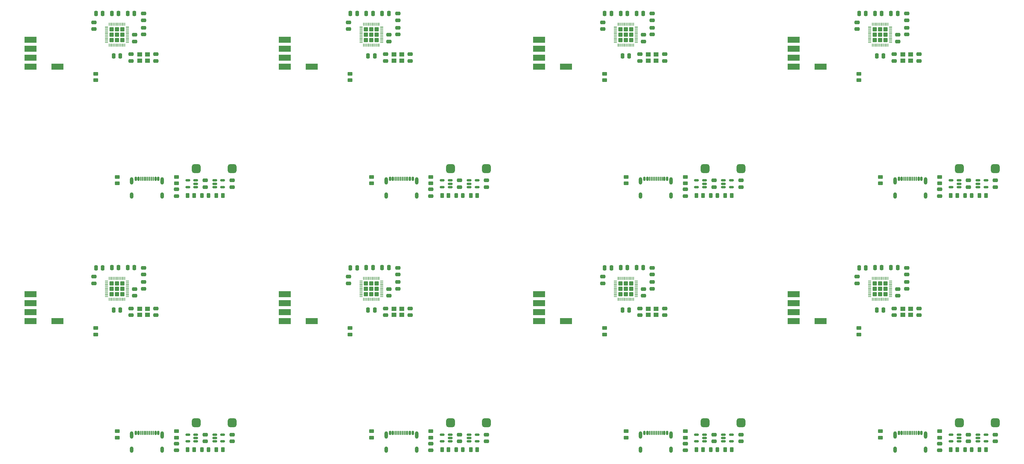
<source format=gbr>
%TF.GenerationSoftware,KiCad,Pcbnew,8.0.6-8.0.6-0~ubuntu24.04.1*%
%TF.CreationDate,2024-11-29T19:36:17+05:00*%
%TF.ProjectId,panel,70616e65-6c2e-46b6-9963-61645f706362,rev?*%
%TF.SameCoordinates,Original*%
%TF.FileFunction,Paste,Top*%
%TF.FilePolarity,Positive*%
%FSLAX46Y46*%
G04 Gerber Fmt 4.6, Leading zero omitted, Abs format (unit mm)*
G04 Created by KiCad (PCBNEW 8.0.6-8.0.6-0~ubuntu24.04.1) date 2024-11-29 19:36:17*
%MOMM*%
%LPD*%
G01*
G04 APERTURE LIST*
G04 Aperture macros list*
%AMRoundRect*
0 Rectangle with rounded corners*
0 $1 Rounding radius*
0 $2 $3 $4 $5 $6 $7 $8 $9 X,Y pos of 4 corners*
0 Add a 4 corners polygon primitive as box body*
4,1,4,$2,$3,$4,$5,$6,$7,$8,$9,$2,$3,0*
0 Add four circle primitives for the rounded corners*
1,1,$1+$1,$2,$3*
1,1,$1+$1,$4,$5*
1,1,$1+$1,$6,$7*
1,1,$1+$1,$8,$9*
0 Add four rect primitives between the rounded corners*
20,1,$1+$1,$2,$3,$4,$5,0*
20,1,$1+$1,$4,$5,$6,$7,0*
20,1,$1+$1,$6,$7,$8,$9,0*
20,1,$1+$1,$8,$9,$2,$3,0*%
G04 Aperture macros list end*
%ADD10RoundRect,0.250000X0.250000X0.475000X-0.250000X0.475000X-0.250000X-0.475000X0.250000X-0.475000X0*%
%ADD11R,3.400000X1.800000*%
%ADD12RoundRect,0.250000X-0.250000X-0.475000X0.250000X-0.475000X0.250000X0.475000X-0.250000X0.475000X0*%
%ADD13RoundRect,0.150000X-0.150000X-0.425000X0.150000X-0.425000X0.150000X0.425000X-0.150000X0.425000X0*%
%ADD14RoundRect,0.075000X-0.075000X-0.500000X0.075000X-0.500000X0.075000X0.500000X-0.075000X0.500000X0*%
%ADD15O,1.000000X2.100000*%
%ADD16O,1.000000X1.800000*%
%ADD17RoundRect,0.250000X0.475000X-0.250000X0.475000X0.250000X-0.475000X0.250000X-0.475000X-0.250000X0*%
%ADD18RoundRect,0.250000X-0.475000X0.250000X-0.475000X-0.250000X0.475000X-0.250000X0.475000X0.250000X0*%
%ADD19RoundRect,0.250000X0.450000X-0.262500X0.450000X0.262500X-0.450000X0.262500X-0.450000X-0.262500X0*%
%ADD20RoundRect,0.243750X-0.243750X-0.456250X0.243750X-0.456250X0.243750X0.456250X-0.243750X0.456250X0*%
%ADD21RoundRect,0.150000X-0.512500X-0.150000X0.512500X-0.150000X0.512500X0.150000X-0.512500X0.150000X0*%
%ADD22RoundRect,0.150000X0.512500X0.150000X-0.512500X0.150000X-0.512500X-0.150000X0.512500X-0.150000X0*%
%ADD23RoundRect,0.250000X-0.370000X0.370000X-0.370000X-0.370000X0.370000X-0.370000X0.370000X0.370000X0*%
%ADD24RoundRect,0.050000X-0.050000X0.350000X-0.050000X-0.350000X0.050000X-0.350000X0.050000X0.350000X0*%
%ADD25RoundRect,0.050000X-0.350000X0.050000X-0.350000X-0.050000X0.350000X-0.050000X0.350000X0.050000X0*%
%ADD26RoundRect,0.250000X-0.262500X-0.450000X0.262500X-0.450000X0.262500X0.450000X-0.262500X0.450000X0*%
%ADD27RoundRect,0.250000X0.262500X0.450000X-0.262500X0.450000X-0.262500X-0.450000X0.262500X-0.450000X0*%
%ADD28RoundRect,0.250000X-0.450000X0.262500X-0.450000X-0.262500X0.450000X-0.262500X0.450000X0.262500X0*%
%ADD29RoundRect,0.625000X-0.625000X-0.625000X0.625000X-0.625000X0.625000X0.625000X-0.625000X0.625000X0*%
%ADD30R,1.400000X1.200000*%
G04 APERTURE END LIST*
D10*
%TO.C,C9*%
X104450000Y-116001500D03*
X102550000Y-116001500D03*
%TD*%
D11*
%TO.C,TP5*%
X223500000Y-54041500D03*
%TD*%
D12*
%TO.C,C8*%
X251050000Y-116001500D03*
X252950000Y-116001500D03*
%TD*%
D10*
%TO.C,C10*%
X171950000Y-116031500D03*
X170050000Y-116031500D03*
%TD*%
D13*
%TO.C,J1*%
X37300000Y-90821500D03*
X38100000Y-90821500D03*
D14*
X39250000Y-90821500D03*
X40250000Y-90821500D03*
X40750000Y-90821500D03*
X41750000Y-90821500D03*
D13*
X42900000Y-90821500D03*
X43700000Y-90821500D03*
X43700000Y-90821500D03*
X42900000Y-90821500D03*
D14*
X42250000Y-90821500D03*
X41250000Y-90821500D03*
X39750000Y-90821500D03*
X38750000Y-90821500D03*
D13*
X38100000Y-90821500D03*
X37300000Y-90821500D03*
D15*
X36180000Y-91396500D03*
D16*
X36180000Y-95576500D03*
D15*
X44820000Y-91396500D03*
D16*
X44820000Y-95576500D03*
%TD*%
D17*
%TO.C,C1*%
X36000000Y-129451500D03*
X36000000Y-127551500D03*
%TD*%
D13*
%TO.C,J1*%
X109300000Y-90821500D03*
X110100000Y-90821500D03*
D14*
X111250000Y-90821500D03*
X112250000Y-90821500D03*
X112750000Y-90821500D03*
X113750000Y-90821500D03*
D13*
X114900000Y-90821500D03*
X115700000Y-90821500D03*
X115700000Y-90821500D03*
X114900000Y-90821500D03*
D14*
X114250000Y-90821500D03*
X113250000Y-90821500D03*
X111750000Y-90821500D03*
X110750000Y-90821500D03*
D13*
X110100000Y-90821500D03*
X109300000Y-90821500D03*
D15*
X108180000Y-91396500D03*
D16*
X108180000Y-95576500D03*
D15*
X116820000Y-91396500D03*
D16*
X116820000Y-95576500D03*
%TD*%
D10*
%TO.C,C7*%
X248950000Y-128001500D03*
X247050000Y-128001500D03*
%TD*%
D18*
%TO.C,C6*%
X111500000Y-48051500D03*
X111500000Y-49951500D03*
%TD*%
D17*
%TO.C,C4*%
X39500000Y-117951500D03*
X39500000Y-116051500D03*
%TD*%
D19*
%TO.C,R4*%
X176090000Y-92136000D03*
X176090000Y-90311000D03*
%TD*%
D17*
%TO.C,C3*%
X109000000Y-123951500D03*
X109000000Y-122051500D03*
%TD*%
D11*
%TO.C,TP3*%
X79500000Y-56581500D03*
%TD*%
%TO.C,TP4*%
X79500000Y-123501500D03*
%TD*%
D20*
%TO.C,D2*%
X200044500Y-167541500D03*
X201919500Y-167541500D03*
%TD*%
D11*
%TO.C,TP3*%
X223500000Y-128581500D03*
%TD*%
D17*
%TO.C,C4*%
X183500000Y-45951500D03*
X183500000Y-44051500D03*
%TD*%
D11*
%TO.C,TP5*%
X151500000Y-54041500D03*
%TD*%
D18*
%TO.C,C6*%
X111500000Y-120051500D03*
X111500000Y-121951500D03*
%TD*%
D17*
%TO.C,C5*%
X25500000Y-48451500D03*
X25500000Y-46551500D03*
%TD*%
D12*
%TO.C,C8*%
X107050000Y-116001500D03*
X108950000Y-116001500D03*
%TD*%
D17*
%TO.C,C1*%
X252000000Y-57451500D03*
X252000000Y-55551500D03*
%TD*%
D21*
%TO.C,U2*%
X59654500Y-91289500D03*
X59654500Y-92239500D03*
X59654500Y-93189500D03*
X61929500Y-93189500D03*
X61929500Y-91289500D03*
%TD*%
D13*
%TO.C,J1*%
X181300000Y-90821500D03*
X182100000Y-90821500D03*
D14*
X183250000Y-90821500D03*
X184250000Y-90821500D03*
X184750000Y-90821500D03*
X185750000Y-90821500D03*
D13*
X186900000Y-90821500D03*
X187700000Y-90821500D03*
X187700000Y-90821500D03*
X186900000Y-90821500D03*
D14*
X186250000Y-90821500D03*
X185250000Y-90821500D03*
X183750000Y-90821500D03*
X182750000Y-90821500D03*
D13*
X182100000Y-90821500D03*
X181300000Y-90821500D03*
D15*
X180180000Y-91396500D03*
D16*
X180180000Y-95576500D03*
D15*
X188820000Y-91396500D03*
D16*
X188820000Y-95576500D03*
%TD*%
D10*
%TO.C,C7*%
X104950000Y-56001500D03*
X103050000Y-56001500D03*
%TD*%
D22*
%TO.C,U3*%
X198309500Y-165189500D03*
X198309500Y-164239500D03*
X198309500Y-163289500D03*
X196034500Y-163289500D03*
X196034500Y-165189500D03*
%TD*%
D18*
%TO.C,C2*%
X43000000Y-55551500D03*
X43000000Y-57451500D03*
%TD*%
D11*
%TO.C,TP1*%
X87120000Y-131121500D03*
%TD*%
D12*
%TO.C,C8*%
X251050000Y-44001500D03*
X252950000Y-44001500D03*
%TD*%
D19*
%TO.C,R4*%
X104090000Y-164136000D03*
X104090000Y-162311000D03*
%TD*%
%TO.C,R4*%
X248090000Y-92136000D03*
X248090000Y-90311000D03*
%TD*%
D18*
%TO.C,C6*%
X183500000Y-48051500D03*
X183500000Y-49951500D03*
%TD*%
D11*
%TO.C,TP3*%
X151500000Y-128581500D03*
%TD*%
D21*
%TO.C,U2*%
X275654500Y-91289500D03*
X275654500Y-92239500D03*
X275654500Y-93189500D03*
X277929500Y-93189500D03*
X277929500Y-91289500D03*
%TD*%
D23*
%TO.C,U1*%
X105530000Y-48471500D03*
X104000000Y-48471500D03*
X102470000Y-48471500D03*
X105530000Y-50001500D03*
X104000000Y-50001500D03*
X102470000Y-50001500D03*
X105530000Y-51531500D03*
X104000000Y-51531500D03*
X102470000Y-51531500D03*
D24*
X106200000Y-47051500D03*
X105800000Y-47051500D03*
X105400000Y-47051500D03*
X105000000Y-47051500D03*
X104600000Y-47051500D03*
X104200000Y-47051500D03*
X103800000Y-47051500D03*
X103400000Y-47051500D03*
X103000000Y-47051500D03*
X102600000Y-47051500D03*
X102200000Y-47051500D03*
X101800000Y-47051500D03*
D25*
X101050000Y-47801500D03*
X101050000Y-48201500D03*
X101050000Y-48601500D03*
X101050000Y-49001500D03*
X101050000Y-49401500D03*
X101050000Y-49801500D03*
X101050000Y-50201500D03*
X101050000Y-50601500D03*
X101050000Y-51001500D03*
X101050000Y-51401500D03*
X101050000Y-51801500D03*
X101050000Y-52201500D03*
D24*
X101800000Y-52951500D03*
X102200000Y-52951500D03*
X102600000Y-52951500D03*
X103000000Y-52951500D03*
X103400000Y-52951500D03*
X103800000Y-52951500D03*
X104200000Y-52951500D03*
X104600000Y-52951500D03*
X105000000Y-52951500D03*
X105400000Y-52951500D03*
X105800000Y-52951500D03*
X106200000Y-52951500D03*
D25*
X106950000Y-52201500D03*
X106950000Y-51801500D03*
X106950000Y-51401500D03*
X106950000Y-51001500D03*
X106950000Y-50601500D03*
X106950000Y-50201500D03*
X106950000Y-49801500D03*
X106950000Y-49401500D03*
X106950000Y-49001500D03*
X106950000Y-48601500D03*
X106950000Y-48201500D03*
X106950000Y-47801500D03*
%TD*%
D23*
%TO.C,U1*%
X33530000Y-120471500D03*
X32000000Y-120471500D03*
X30470000Y-120471500D03*
X33530000Y-122001500D03*
X32000000Y-122001500D03*
X30470000Y-122001500D03*
X33530000Y-123531500D03*
X32000000Y-123531500D03*
X30470000Y-123531500D03*
D24*
X34200000Y-119051500D03*
X33800000Y-119051500D03*
X33400000Y-119051500D03*
X33000000Y-119051500D03*
X32600000Y-119051500D03*
X32200000Y-119051500D03*
X31800000Y-119051500D03*
X31400000Y-119051500D03*
X31000000Y-119051500D03*
X30600000Y-119051500D03*
X30200000Y-119051500D03*
X29800000Y-119051500D03*
D25*
X29050000Y-119801500D03*
X29050000Y-120201500D03*
X29050000Y-120601500D03*
X29050000Y-121001500D03*
X29050000Y-121401500D03*
X29050000Y-121801500D03*
X29050000Y-122201500D03*
X29050000Y-122601500D03*
X29050000Y-123001500D03*
X29050000Y-123401500D03*
X29050000Y-123801500D03*
X29050000Y-124201500D03*
D24*
X29800000Y-124951500D03*
X30200000Y-124951500D03*
X30600000Y-124951500D03*
X31000000Y-124951500D03*
X31400000Y-124951500D03*
X31800000Y-124951500D03*
X32200000Y-124951500D03*
X32600000Y-124951500D03*
X33000000Y-124951500D03*
X33400000Y-124951500D03*
X33800000Y-124951500D03*
X34200000Y-124951500D03*
D25*
X34950000Y-124201500D03*
X34950000Y-123801500D03*
X34950000Y-123401500D03*
X34950000Y-123001500D03*
X34950000Y-122601500D03*
X34950000Y-122201500D03*
X34950000Y-121801500D03*
X34950000Y-121401500D03*
X34950000Y-121001500D03*
X34950000Y-120601500D03*
X34950000Y-120201500D03*
X34950000Y-119801500D03*
%TD*%
D10*
%TO.C,C9*%
X176450000Y-44001500D03*
X174550000Y-44001500D03*
%TD*%
D26*
%TO.C,R2*%
X196005500Y-95541500D03*
X197830500Y-95541500D03*
%TD*%
D23*
%TO.C,U1*%
X105530000Y-120471500D03*
X104000000Y-120471500D03*
X102470000Y-120471500D03*
X105530000Y-122001500D03*
X104000000Y-122001500D03*
X102470000Y-122001500D03*
X105530000Y-123531500D03*
X104000000Y-123531500D03*
X102470000Y-123531500D03*
D24*
X106200000Y-119051500D03*
X105800000Y-119051500D03*
X105400000Y-119051500D03*
X105000000Y-119051500D03*
X104600000Y-119051500D03*
X104200000Y-119051500D03*
X103800000Y-119051500D03*
X103400000Y-119051500D03*
X103000000Y-119051500D03*
X102600000Y-119051500D03*
X102200000Y-119051500D03*
X101800000Y-119051500D03*
D25*
X101050000Y-119801500D03*
X101050000Y-120201500D03*
X101050000Y-120601500D03*
X101050000Y-121001500D03*
X101050000Y-121401500D03*
X101050000Y-121801500D03*
X101050000Y-122201500D03*
X101050000Y-122601500D03*
X101050000Y-123001500D03*
X101050000Y-123401500D03*
X101050000Y-123801500D03*
X101050000Y-124201500D03*
D24*
X101800000Y-124951500D03*
X102200000Y-124951500D03*
X102600000Y-124951500D03*
X103000000Y-124951500D03*
X103400000Y-124951500D03*
X103800000Y-124951500D03*
X104200000Y-124951500D03*
X104600000Y-124951500D03*
X105000000Y-124951500D03*
X105400000Y-124951500D03*
X105800000Y-124951500D03*
X106200000Y-124951500D03*
D25*
X106950000Y-124201500D03*
X106950000Y-123801500D03*
X106950000Y-123401500D03*
X106950000Y-123001500D03*
X106950000Y-122601500D03*
X106950000Y-122201500D03*
X106950000Y-121801500D03*
X106950000Y-121401500D03*
X106950000Y-121001500D03*
X106950000Y-120601500D03*
X106950000Y-120201500D03*
X106950000Y-119801500D03*
%TD*%
D18*
%TO.C,C11*%
X136602000Y-163289500D03*
X136602000Y-165189500D03*
%TD*%
%TO.C,C12*%
X128982000Y-163289500D03*
X128982000Y-165189500D03*
%TD*%
D11*
%TO.C,TP1*%
X231120000Y-59121500D03*
%TD*%
D18*
%TO.C,C11*%
X280602000Y-163289500D03*
X280602000Y-165189500D03*
%TD*%
D11*
%TO.C,TP3*%
X223500000Y-56581500D03*
%TD*%
D17*
%TO.C,C3*%
X253000000Y-123951500D03*
X253000000Y-122051500D03*
%TD*%
D11*
%TO.C,TP5*%
X79500000Y-54041500D03*
%TD*%
D20*
%TO.C,D2*%
X128044500Y-95541500D03*
X129919500Y-95541500D03*
%TD*%
D10*
%TO.C,C7*%
X176950000Y-128001500D03*
X175050000Y-128001500D03*
%TD*%
D17*
%TO.C,C5*%
X25500000Y-120451500D03*
X25500000Y-118551500D03*
%TD*%
%TO.C,C13*%
X48854000Y-95729500D03*
X48854000Y-93829500D03*
%TD*%
D12*
%TO.C,C8*%
X179050000Y-116001500D03*
X180950000Y-116001500D03*
%TD*%
D27*
%TO.C,R3*%
X277958500Y-95541500D03*
X276133500Y-95541500D03*
%TD*%
D28*
%TO.C,R1*%
X98000000Y-61089000D03*
X98000000Y-62914000D03*
%TD*%
D10*
%TO.C,C10*%
X171950000Y-44031500D03*
X170050000Y-44031500D03*
%TD*%
D11*
%TO.C,TP2*%
X79500000Y-59121500D03*
%TD*%
D17*
%TO.C,C5*%
X241500000Y-120451500D03*
X241500000Y-118551500D03*
%TD*%
D22*
%TO.C,U3*%
X270309500Y-93189500D03*
X270309500Y-92239500D03*
X270309500Y-91289500D03*
X268034500Y-91289500D03*
X268034500Y-93189500D03*
%TD*%
D28*
%TO.C,R1*%
X170000000Y-61089000D03*
X170000000Y-62914000D03*
%TD*%
D29*
%TO.C,BT1*%
X198442000Y-159921500D03*
X208602000Y-159921500D03*
%TD*%
D21*
%TO.C,U2*%
X131654500Y-91289500D03*
X131654500Y-92239500D03*
X131654500Y-93189500D03*
X133929500Y-93189500D03*
X133929500Y-91289500D03*
%TD*%
D18*
%TO.C,C6*%
X255500000Y-120051500D03*
X255500000Y-121951500D03*
%TD*%
%TO.C,C6*%
X39500000Y-120051500D03*
X39500000Y-121951500D03*
%TD*%
D20*
%TO.C,D2*%
X128044500Y-167541500D03*
X129919500Y-167541500D03*
%TD*%
D29*
%TO.C,BT1*%
X270442000Y-159921500D03*
X280602000Y-159921500D03*
%TD*%
D19*
%TO.C,R4*%
X176090000Y-164136000D03*
X176090000Y-162311000D03*
%TD*%
D17*
%TO.C,C4*%
X39500000Y-45951500D03*
X39500000Y-44051500D03*
%TD*%
%TO.C,C1*%
X36000000Y-57451500D03*
X36000000Y-55551500D03*
%TD*%
D26*
%TO.C,R2*%
X124005500Y-167541500D03*
X125830500Y-167541500D03*
%TD*%
D22*
%TO.C,U3*%
X270309500Y-165189500D03*
X270309500Y-164239500D03*
X270309500Y-163289500D03*
X268034500Y-163289500D03*
X268034500Y-165189500D03*
%TD*%
D26*
%TO.C,R2*%
X268005500Y-95541500D03*
X269830500Y-95541500D03*
%TD*%
D11*
%TO.C,TP1*%
X87120000Y-59121500D03*
%TD*%
D18*
%TO.C,C11*%
X136602000Y-91289500D03*
X136602000Y-93189500D03*
%TD*%
D10*
%TO.C,C7*%
X32950000Y-128001500D03*
X31050000Y-128001500D03*
%TD*%
D18*
%TO.C,C2*%
X187000000Y-127551500D03*
X187000000Y-129451500D03*
%TD*%
D17*
%TO.C,C5*%
X97500000Y-120451500D03*
X97500000Y-118551500D03*
%TD*%
D28*
%TO.C,R5*%
X264854000Y-90311000D03*
X264854000Y-92136000D03*
%TD*%
D11*
%TO.C,TP1*%
X159120000Y-59121500D03*
%TD*%
D28*
%TO.C,R1*%
X26000000Y-133089000D03*
X26000000Y-134914000D03*
%TD*%
D17*
%TO.C,C1*%
X108000000Y-57451500D03*
X108000000Y-55551500D03*
%TD*%
D28*
%TO.C,R5*%
X120854000Y-90311000D03*
X120854000Y-92136000D03*
%TD*%
D10*
%TO.C,C10*%
X243950000Y-116031500D03*
X242050000Y-116031500D03*
%TD*%
D17*
%TO.C,C3*%
X37000000Y-123951500D03*
X37000000Y-122051500D03*
%TD*%
D28*
%TO.C,R5*%
X120854000Y-162311000D03*
X120854000Y-164136000D03*
%TD*%
D10*
%TO.C,C9*%
X248450000Y-116001500D03*
X246550000Y-116001500D03*
%TD*%
D17*
%TO.C,C13*%
X192854000Y-167729500D03*
X192854000Y-165829500D03*
%TD*%
D11*
%TO.C,TP4*%
X151500000Y-123501500D03*
%TD*%
D18*
%TO.C,C11*%
X64602000Y-91289500D03*
X64602000Y-93189500D03*
%TD*%
D17*
%TO.C,C3*%
X181000000Y-51951500D03*
X181000000Y-50051500D03*
%TD*%
D10*
%TO.C,C9*%
X32450000Y-116001500D03*
X30550000Y-116001500D03*
%TD*%
D11*
%TO.C,TP2*%
X151500000Y-131121500D03*
%TD*%
%TO.C,TP5*%
X223500000Y-126041500D03*
%TD*%
D23*
%TO.C,U1*%
X177530000Y-48471500D03*
X176000000Y-48471500D03*
X174470000Y-48471500D03*
X177530000Y-50001500D03*
X176000000Y-50001500D03*
X174470000Y-50001500D03*
X177530000Y-51531500D03*
X176000000Y-51531500D03*
X174470000Y-51531500D03*
D24*
X178200000Y-47051500D03*
X177800000Y-47051500D03*
X177400000Y-47051500D03*
X177000000Y-47051500D03*
X176600000Y-47051500D03*
X176200000Y-47051500D03*
X175800000Y-47051500D03*
X175400000Y-47051500D03*
X175000000Y-47051500D03*
X174600000Y-47051500D03*
X174200000Y-47051500D03*
X173800000Y-47051500D03*
D25*
X173050000Y-47801500D03*
X173050000Y-48201500D03*
X173050000Y-48601500D03*
X173050000Y-49001500D03*
X173050000Y-49401500D03*
X173050000Y-49801500D03*
X173050000Y-50201500D03*
X173050000Y-50601500D03*
X173050000Y-51001500D03*
X173050000Y-51401500D03*
X173050000Y-51801500D03*
X173050000Y-52201500D03*
D24*
X173800000Y-52951500D03*
X174200000Y-52951500D03*
X174600000Y-52951500D03*
X175000000Y-52951500D03*
X175400000Y-52951500D03*
X175800000Y-52951500D03*
X176200000Y-52951500D03*
X176600000Y-52951500D03*
X177000000Y-52951500D03*
X177400000Y-52951500D03*
X177800000Y-52951500D03*
X178200000Y-52951500D03*
D25*
X178950000Y-52201500D03*
X178950000Y-51801500D03*
X178950000Y-51401500D03*
X178950000Y-51001500D03*
X178950000Y-50601500D03*
X178950000Y-50201500D03*
X178950000Y-49801500D03*
X178950000Y-49401500D03*
X178950000Y-49001500D03*
X178950000Y-48601500D03*
X178950000Y-48201500D03*
X178950000Y-47801500D03*
%TD*%
D29*
%TO.C,BT1*%
X198442000Y-87921500D03*
X208602000Y-87921500D03*
%TD*%
D17*
%TO.C,C1*%
X252000000Y-129451500D03*
X252000000Y-127551500D03*
%TD*%
D10*
%TO.C,C10*%
X27950000Y-116031500D03*
X26050000Y-116031500D03*
%TD*%
D29*
%TO.C,BT1*%
X54442000Y-87921500D03*
X64602000Y-87921500D03*
%TD*%
D28*
%TO.C,R1*%
X26000000Y-61089000D03*
X26000000Y-62914000D03*
%TD*%
D18*
%TO.C,C12*%
X200982000Y-91289500D03*
X200982000Y-93189500D03*
%TD*%
%TO.C,C6*%
X39500000Y-48051500D03*
X39500000Y-49951500D03*
%TD*%
D10*
%TO.C,C9*%
X176450000Y-116001500D03*
X174550000Y-116001500D03*
%TD*%
D11*
%TO.C,TP5*%
X79500000Y-126041500D03*
%TD*%
D10*
%TO.C,C9*%
X104450000Y-44001500D03*
X102550000Y-44001500D03*
%TD*%
%TO.C,C10*%
X99950000Y-44031500D03*
X98050000Y-44031500D03*
%TD*%
D17*
%TO.C,C5*%
X169500000Y-48451500D03*
X169500000Y-46551500D03*
%TD*%
D28*
%TO.C,R5*%
X48854000Y-162311000D03*
X48854000Y-164136000D03*
%TD*%
D11*
%TO.C,TP2*%
X7500000Y-131121500D03*
%TD*%
D23*
%TO.C,U1*%
X249530000Y-120471500D03*
X248000000Y-120471500D03*
X246470000Y-120471500D03*
X249530000Y-122001500D03*
X248000000Y-122001500D03*
X246470000Y-122001500D03*
X249530000Y-123531500D03*
X248000000Y-123531500D03*
X246470000Y-123531500D03*
D24*
X250200000Y-119051500D03*
X249800000Y-119051500D03*
X249400000Y-119051500D03*
X249000000Y-119051500D03*
X248600000Y-119051500D03*
X248200000Y-119051500D03*
X247800000Y-119051500D03*
X247400000Y-119051500D03*
X247000000Y-119051500D03*
X246600000Y-119051500D03*
X246200000Y-119051500D03*
X245800000Y-119051500D03*
D25*
X245050000Y-119801500D03*
X245050000Y-120201500D03*
X245050000Y-120601500D03*
X245050000Y-121001500D03*
X245050000Y-121401500D03*
X245050000Y-121801500D03*
X245050000Y-122201500D03*
X245050000Y-122601500D03*
X245050000Y-123001500D03*
X245050000Y-123401500D03*
X245050000Y-123801500D03*
X245050000Y-124201500D03*
D24*
X245800000Y-124951500D03*
X246200000Y-124951500D03*
X246600000Y-124951500D03*
X247000000Y-124951500D03*
X247400000Y-124951500D03*
X247800000Y-124951500D03*
X248200000Y-124951500D03*
X248600000Y-124951500D03*
X249000000Y-124951500D03*
X249400000Y-124951500D03*
X249800000Y-124951500D03*
X250200000Y-124951500D03*
D25*
X250950000Y-124201500D03*
X250950000Y-123801500D03*
X250950000Y-123401500D03*
X250950000Y-123001500D03*
X250950000Y-122601500D03*
X250950000Y-122201500D03*
X250950000Y-121801500D03*
X250950000Y-121401500D03*
X250950000Y-121001500D03*
X250950000Y-120601500D03*
X250950000Y-120201500D03*
X250950000Y-119801500D03*
%TD*%
D11*
%TO.C,TP3*%
X79500000Y-128581500D03*
%TD*%
D17*
%TO.C,C13*%
X48854000Y-167729500D03*
X48854000Y-165829500D03*
%TD*%
D29*
%TO.C,BT1*%
X270442000Y-87921500D03*
X280602000Y-87921500D03*
%TD*%
D11*
%TO.C,TP1*%
X231120000Y-131121500D03*
%TD*%
D20*
%TO.C,D2*%
X56044500Y-95541500D03*
X57919500Y-95541500D03*
%TD*%
D11*
%TO.C,TP5*%
X7500000Y-54041500D03*
%TD*%
%TO.C,TP3*%
X7500000Y-56581500D03*
%TD*%
%TO.C,TP2*%
X7500000Y-59121500D03*
%TD*%
%TO.C,TP4*%
X223500000Y-123501500D03*
%TD*%
D17*
%TO.C,C4*%
X111500000Y-45951500D03*
X111500000Y-44051500D03*
%TD*%
D18*
%TO.C,C6*%
X183500000Y-120051500D03*
X183500000Y-121951500D03*
%TD*%
D28*
%TO.C,R1*%
X98000000Y-133089000D03*
X98000000Y-134914000D03*
%TD*%
D17*
%TO.C,C13*%
X264854000Y-167729500D03*
X264854000Y-165829500D03*
%TD*%
D23*
%TO.C,U1*%
X249530000Y-48471500D03*
X248000000Y-48471500D03*
X246470000Y-48471500D03*
X249530000Y-50001500D03*
X248000000Y-50001500D03*
X246470000Y-50001500D03*
X249530000Y-51531500D03*
X248000000Y-51531500D03*
X246470000Y-51531500D03*
D24*
X250200000Y-47051500D03*
X249800000Y-47051500D03*
X249400000Y-47051500D03*
X249000000Y-47051500D03*
X248600000Y-47051500D03*
X248200000Y-47051500D03*
X247800000Y-47051500D03*
X247400000Y-47051500D03*
X247000000Y-47051500D03*
X246600000Y-47051500D03*
X246200000Y-47051500D03*
X245800000Y-47051500D03*
D25*
X245050000Y-47801500D03*
X245050000Y-48201500D03*
X245050000Y-48601500D03*
X245050000Y-49001500D03*
X245050000Y-49401500D03*
X245050000Y-49801500D03*
X245050000Y-50201500D03*
X245050000Y-50601500D03*
X245050000Y-51001500D03*
X245050000Y-51401500D03*
X245050000Y-51801500D03*
X245050000Y-52201500D03*
D24*
X245800000Y-52951500D03*
X246200000Y-52951500D03*
X246600000Y-52951500D03*
X247000000Y-52951500D03*
X247400000Y-52951500D03*
X247800000Y-52951500D03*
X248200000Y-52951500D03*
X248600000Y-52951500D03*
X249000000Y-52951500D03*
X249400000Y-52951500D03*
X249800000Y-52951500D03*
X250200000Y-52951500D03*
D25*
X250950000Y-52201500D03*
X250950000Y-51801500D03*
X250950000Y-51401500D03*
X250950000Y-51001500D03*
X250950000Y-50601500D03*
X250950000Y-50201500D03*
X250950000Y-49801500D03*
X250950000Y-49401500D03*
X250950000Y-49001500D03*
X250950000Y-48601500D03*
X250950000Y-48201500D03*
X250950000Y-47801500D03*
%TD*%
D17*
%TO.C,C5*%
X241500000Y-48451500D03*
X241500000Y-46551500D03*
%TD*%
%TO.C,C1*%
X180000000Y-57451500D03*
X180000000Y-55551500D03*
%TD*%
D28*
%TO.C,R1*%
X170000000Y-133089000D03*
X170000000Y-134914000D03*
%TD*%
D18*
%TO.C,C11*%
X64602000Y-163289500D03*
X64602000Y-165189500D03*
%TD*%
D28*
%TO.C,R5*%
X192854000Y-162311000D03*
X192854000Y-164136000D03*
%TD*%
D17*
%TO.C,C4*%
X255500000Y-45951500D03*
X255500000Y-44051500D03*
%TD*%
D10*
%TO.C,C7*%
X32950000Y-56001500D03*
X31050000Y-56001500D03*
%TD*%
D30*
%TO.C,Y1*%
X254400000Y-57351500D03*
X256600000Y-57351500D03*
X256600000Y-55651500D03*
X254400000Y-55651500D03*
%TD*%
D21*
%TO.C,U2*%
X59654500Y-163289500D03*
X59654500Y-164239500D03*
X59654500Y-165189500D03*
X61929500Y-165189500D03*
X61929500Y-163289500D03*
%TD*%
D20*
%TO.C,D2*%
X272044500Y-167541500D03*
X273919500Y-167541500D03*
%TD*%
D30*
%TO.C,Y1*%
X182400000Y-129351500D03*
X184600000Y-129351500D03*
X184600000Y-127651500D03*
X182400000Y-127651500D03*
%TD*%
D11*
%TO.C,TP3*%
X7500000Y-128581500D03*
%TD*%
D27*
%TO.C,R3*%
X205958500Y-167541500D03*
X204133500Y-167541500D03*
%TD*%
D11*
%TO.C,TP2*%
X223500000Y-131121500D03*
%TD*%
D17*
%TO.C,C3*%
X37000000Y-51951500D03*
X37000000Y-50051500D03*
%TD*%
D18*
%TO.C,C2*%
X187000000Y-55551500D03*
X187000000Y-57451500D03*
%TD*%
D17*
%TO.C,C4*%
X183500000Y-117951500D03*
X183500000Y-116051500D03*
%TD*%
D18*
%TO.C,C2*%
X115000000Y-127551500D03*
X115000000Y-129451500D03*
%TD*%
D17*
%TO.C,C1*%
X108000000Y-129451500D03*
X108000000Y-127551500D03*
%TD*%
D21*
%TO.C,U2*%
X131654500Y-163289500D03*
X131654500Y-164239500D03*
X131654500Y-165189500D03*
X133929500Y-165189500D03*
X133929500Y-163289500D03*
%TD*%
D12*
%TO.C,C8*%
X35050000Y-44001500D03*
X36950000Y-44001500D03*
%TD*%
D13*
%TO.C,J1*%
X253300000Y-90821500D03*
X254100000Y-90821500D03*
D14*
X255250000Y-90821500D03*
X256250000Y-90821500D03*
X256750000Y-90821500D03*
X257750000Y-90821500D03*
D13*
X258900000Y-90821500D03*
X259700000Y-90821500D03*
X259700000Y-90821500D03*
X258900000Y-90821500D03*
D14*
X258250000Y-90821500D03*
X257250000Y-90821500D03*
X255750000Y-90821500D03*
X254750000Y-90821500D03*
D13*
X254100000Y-90821500D03*
X253300000Y-90821500D03*
D15*
X252180000Y-91396500D03*
D16*
X252180000Y-95576500D03*
D15*
X260820000Y-91396500D03*
D16*
X260820000Y-95576500D03*
%TD*%
D13*
%TO.C,J1*%
X109300000Y-162821500D03*
X110100000Y-162821500D03*
D14*
X111250000Y-162821500D03*
X112250000Y-162821500D03*
X112750000Y-162821500D03*
X113750000Y-162821500D03*
D13*
X114900000Y-162821500D03*
X115700000Y-162821500D03*
X115700000Y-162821500D03*
X114900000Y-162821500D03*
D14*
X114250000Y-162821500D03*
X113250000Y-162821500D03*
X111750000Y-162821500D03*
X110750000Y-162821500D03*
D13*
X110100000Y-162821500D03*
X109300000Y-162821500D03*
D15*
X108180000Y-163396500D03*
D16*
X108180000Y-167576500D03*
D15*
X116820000Y-163396500D03*
D16*
X116820000Y-167576500D03*
%TD*%
D17*
%TO.C,C4*%
X255500000Y-117951500D03*
X255500000Y-116051500D03*
%TD*%
D19*
%TO.C,R4*%
X104090000Y-92136000D03*
X104090000Y-90311000D03*
%TD*%
D29*
%TO.C,BT1*%
X126442000Y-159921500D03*
X136602000Y-159921500D03*
%TD*%
D11*
%TO.C,TP4*%
X7500000Y-51501500D03*
%TD*%
D22*
%TO.C,U3*%
X126309500Y-93189500D03*
X126309500Y-92239500D03*
X126309500Y-91289500D03*
X124034500Y-91289500D03*
X124034500Y-93189500D03*
%TD*%
%TO.C,U3*%
X126309500Y-165189500D03*
X126309500Y-164239500D03*
X126309500Y-163289500D03*
X124034500Y-163289500D03*
X124034500Y-165189500D03*
%TD*%
D27*
%TO.C,R3*%
X61958500Y-95541500D03*
X60133500Y-95541500D03*
%TD*%
D11*
%TO.C,TP4*%
X151500000Y-51501500D03*
%TD*%
%TO.C,TP4*%
X223500000Y-51501500D03*
%TD*%
D23*
%TO.C,U1*%
X177530000Y-120471500D03*
X176000000Y-120471500D03*
X174470000Y-120471500D03*
X177530000Y-122001500D03*
X176000000Y-122001500D03*
X174470000Y-122001500D03*
X177530000Y-123531500D03*
X176000000Y-123531500D03*
X174470000Y-123531500D03*
D24*
X178200000Y-119051500D03*
X177800000Y-119051500D03*
X177400000Y-119051500D03*
X177000000Y-119051500D03*
X176600000Y-119051500D03*
X176200000Y-119051500D03*
X175800000Y-119051500D03*
X175400000Y-119051500D03*
X175000000Y-119051500D03*
X174600000Y-119051500D03*
X174200000Y-119051500D03*
X173800000Y-119051500D03*
D25*
X173050000Y-119801500D03*
X173050000Y-120201500D03*
X173050000Y-120601500D03*
X173050000Y-121001500D03*
X173050000Y-121401500D03*
X173050000Y-121801500D03*
X173050000Y-122201500D03*
X173050000Y-122601500D03*
X173050000Y-123001500D03*
X173050000Y-123401500D03*
X173050000Y-123801500D03*
X173050000Y-124201500D03*
D24*
X173800000Y-124951500D03*
X174200000Y-124951500D03*
X174600000Y-124951500D03*
X175000000Y-124951500D03*
X175400000Y-124951500D03*
X175800000Y-124951500D03*
X176200000Y-124951500D03*
X176600000Y-124951500D03*
X177000000Y-124951500D03*
X177400000Y-124951500D03*
X177800000Y-124951500D03*
X178200000Y-124951500D03*
D25*
X178950000Y-124201500D03*
X178950000Y-123801500D03*
X178950000Y-123401500D03*
X178950000Y-123001500D03*
X178950000Y-122601500D03*
X178950000Y-122201500D03*
X178950000Y-121801500D03*
X178950000Y-121401500D03*
X178950000Y-121001500D03*
X178950000Y-120601500D03*
X178950000Y-120201500D03*
X178950000Y-119801500D03*
%TD*%
D30*
%TO.C,Y1*%
X38400000Y-57351500D03*
X40600000Y-57351500D03*
X40600000Y-55651500D03*
X38400000Y-55651500D03*
%TD*%
D11*
%TO.C,TP5*%
X151500000Y-126041500D03*
%TD*%
D20*
%TO.C,D2*%
X200044500Y-95541500D03*
X201919500Y-95541500D03*
%TD*%
D30*
%TO.C,Y1*%
X110400000Y-129351500D03*
X112600000Y-129351500D03*
X112600000Y-127651500D03*
X110400000Y-127651500D03*
%TD*%
D11*
%TO.C,TP2*%
X79500000Y-131121500D03*
%TD*%
D17*
%TO.C,C1*%
X180000000Y-129451500D03*
X180000000Y-127551500D03*
%TD*%
D27*
%TO.C,R3*%
X277958500Y-167541500D03*
X276133500Y-167541500D03*
%TD*%
D17*
%TO.C,C4*%
X111500000Y-117951500D03*
X111500000Y-116051500D03*
%TD*%
D20*
%TO.C,D2*%
X56044500Y-167541500D03*
X57919500Y-167541500D03*
%TD*%
D23*
%TO.C,U1*%
X33530000Y-48471500D03*
X32000000Y-48471500D03*
X30470000Y-48471500D03*
X33530000Y-50001500D03*
X32000000Y-50001500D03*
X30470000Y-50001500D03*
X33530000Y-51531500D03*
X32000000Y-51531500D03*
X30470000Y-51531500D03*
D24*
X34200000Y-47051500D03*
X33800000Y-47051500D03*
X33400000Y-47051500D03*
X33000000Y-47051500D03*
X32600000Y-47051500D03*
X32200000Y-47051500D03*
X31800000Y-47051500D03*
X31400000Y-47051500D03*
X31000000Y-47051500D03*
X30600000Y-47051500D03*
X30200000Y-47051500D03*
X29800000Y-47051500D03*
D25*
X29050000Y-47801500D03*
X29050000Y-48201500D03*
X29050000Y-48601500D03*
X29050000Y-49001500D03*
X29050000Y-49401500D03*
X29050000Y-49801500D03*
X29050000Y-50201500D03*
X29050000Y-50601500D03*
X29050000Y-51001500D03*
X29050000Y-51401500D03*
X29050000Y-51801500D03*
X29050000Y-52201500D03*
D24*
X29800000Y-52951500D03*
X30200000Y-52951500D03*
X30600000Y-52951500D03*
X31000000Y-52951500D03*
X31400000Y-52951500D03*
X31800000Y-52951500D03*
X32200000Y-52951500D03*
X32600000Y-52951500D03*
X33000000Y-52951500D03*
X33400000Y-52951500D03*
X33800000Y-52951500D03*
X34200000Y-52951500D03*
D25*
X34950000Y-52201500D03*
X34950000Y-51801500D03*
X34950000Y-51401500D03*
X34950000Y-51001500D03*
X34950000Y-50601500D03*
X34950000Y-50201500D03*
X34950000Y-49801500D03*
X34950000Y-49401500D03*
X34950000Y-49001500D03*
X34950000Y-48601500D03*
X34950000Y-48201500D03*
X34950000Y-47801500D03*
%TD*%
D10*
%TO.C,C9*%
X248450000Y-44001500D03*
X246550000Y-44001500D03*
%TD*%
D22*
%TO.C,U3*%
X198309500Y-93189500D03*
X198309500Y-92239500D03*
X198309500Y-91289500D03*
X196034500Y-91289500D03*
X196034500Y-93189500D03*
%TD*%
D11*
%TO.C,TP4*%
X7500000Y-123501500D03*
%TD*%
%TO.C,TP2*%
X223500000Y-59121500D03*
%TD*%
D19*
%TO.C,R4*%
X248090000Y-164136000D03*
X248090000Y-162311000D03*
%TD*%
D11*
%TO.C,TP5*%
X7500000Y-126041500D03*
%TD*%
D10*
%TO.C,C10*%
X99950000Y-116031500D03*
X98050000Y-116031500D03*
%TD*%
D18*
%TO.C,C12*%
X56982000Y-91289500D03*
X56982000Y-93189500D03*
%TD*%
D26*
%TO.C,R2*%
X52005500Y-95541500D03*
X53830500Y-95541500D03*
%TD*%
D17*
%TO.C,C13*%
X192854000Y-95729500D03*
X192854000Y-93829500D03*
%TD*%
D18*
%TO.C,C2*%
X43000000Y-127551500D03*
X43000000Y-129451500D03*
%TD*%
D30*
%TO.C,Y1*%
X182400000Y-57351500D03*
X184600000Y-57351500D03*
X184600000Y-55651500D03*
X182400000Y-55651500D03*
%TD*%
D22*
%TO.C,U3*%
X54309500Y-93189500D03*
X54309500Y-92239500D03*
X54309500Y-91289500D03*
X52034500Y-91289500D03*
X52034500Y-93189500D03*
%TD*%
D26*
%TO.C,R2*%
X268005500Y-167541500D03*
X269830500Y-167541500D03*
%TD*%
D10*
%TO.C,C7*%
X248950000Y-56001500D03*
X247050000Y-56001500D03*
%TD*%
D28*
%TO.C,R5*%
X192854000Y-90311000D03*
X192854000Y-92136000D03*
%TD*%
D26*
%TO.C,R2*%
X196005500Y-167541500D03*
X197830500Y-167541500D03*
%TD*%
D12*
%TO.C,C8*%
X107050000Y-44001500D03*
X108950000Y-44001500D03*
%TD*%
D28*
%TO.C,R5*%
X264854000Y-162311000D03*
X264854000Y-164136000D03*
%TD*%
D11*
%TO.C,TP2*%
X151500000Y-59121500D03*
%TD*%
D30*
%TO.C,Y1*%
X38400000Y-129351500D03*
X40600000Y-129351500D03*
X40600000Y-127651500D03*
X38400000Y-127651500D03*
%TD*%
D13*
%TO.C,J1*%
X253300000Y-162821500D03*
X254100000Y-162821500D03*
D14*
X255250000Y-162821500D03*
X256250000Y-162821500D03*
X256750000Y-162821500D03*
X257750000Y-162821500D03*
D13*
X258900000Y-162821500D03*
X259700000Y-162821500D03*
X259700000Y-162821500D03*
X258900000Y-162821500D03*
D14*
X258250000Y-162821500D03*
X257250000Y-162821500D03*
X255750000Y-162821500D03*
X254750000Y-162821500D03*
D13*
X254100000Y-162821500D03*
X253300000Y-162821500D03*
D15*
X252180000Y-163396500D03*
D16*
X252180000Y-167576500D03*
D15*
X260820000Y-163396500D03*
D16*
X260820000Y-167576500D03*
%TD*%
D11*
%TO.C,TP3*%
X151500000Y-56581500D03*
%TD*%
D12*
%TO.C,C8*%
X35050000Y-116001500D03*
X36950000Y-116001500D03*
%TD*%
D29*
%TO.C,BT1*%
X54442000Y-159921500D03*
X64602000Y-159921500D03*
%TD*%
D17*
%TO.C,C13*%
X120854000Y-167729500D03*
X120854000Y-165829500D03*
%TD*%
D28*
%TO.C,R1*%
X242000000Y-61089000D03*
X242000000Y-62914000D03*
%TD*%
D18*
%TO.C,C12*%
X200982000Y-163289500D03*
X200982000Y-165189500D03*
%TD*%
%TO.C,C11*%
X280602000Y-91289500D03*
X280602000Y-93189500D03*
%TD*%
D10*
%TO.C,C9*%
X32450000Y-44001500D03*
X30550000Y-44001500D03*
%TD*%
D17*
%TO.C,C13*%
X264854000Y-95729500D03*
X264854000Y-93829500D03*
%TD*%
D30*
%TO.C,Y1*%
X110400000Y-57351500D03*
X112600000Y-57351500D03*
X112600000Y-55651500D03*
X110400000Y-55651500D03*
%TD*%
D17*
%TO.C,C3*%
X253000000Y-51951500D03*
X253000000Y-50051500D03*
%TD*%
D27*
%TO.C,R3*%
X205958500Y-95541500D03*
X204133500Y-95541500D03*
%TD*%
D18*
%TO.C,C11*%
X208602000Y-91289500D03*
X208602000Y-93189500D03*
%TD*%
D13*
%TO.C,J1*%
X37300000Y-162821500D03*
X38100000Y-162821500D03*
D14*
X39250000Y-162821500D03*
X40250000Y-162821500D03*
X40750000Y-162821500D03*
X41750000Y-162821500D03*
D13*
X42900000Y-162821500D03*
X43700000Y-162821500D03*
X43700000Y-162821500D03*
X42900000Y-162821500D03*
D14*
X42250000Y-162821500D03*
X41250000Y-162821500D03*
X39750000Y-162821500D03*
X38750000Y-162821500D03*
D13*
X38100000Y-162821500D03*
X37300000Y-162821500D03*
D15*
X36180000Y-163396500D03*
D16*
X36180000Y-167576500D03*
D15*
X44820000Y-163396500D03*
D16*
X44820000Y-167576500D03*
%TD*%
D18*
%TO.C,C12*%
X272982000Y-91289500D03*
X272982000Y-93189500D03*
%TD*%
D28*
%TO.C,R5*%
X48854000Y-90311000D03*
X48854000Y-92136000D03*
%TD*%
D18*
%TO.C,C11*%
X208602000Y-163289500D03*
X208602000Y-165189500D03*
%TD*%
D30*
%TO.C,Y1*%
X254400000Y-129351500D03*
X256600000Y-129351500D03*
X256600000Y-127651500D03*
X254400000Y-127651500D03*
%TD*%
D18*
%TO.C,C2*%
X115000000Y-55551500D03*
X115000000Y-57451500D03*
%TD*%
D11*
%TO.C,TP4*%
X79500000Y-51501500D03*
%TD*%
D27*
%TO.C,R3*%
X61958500Y-167541500D03*
X60133500Y-167541500D03*
%TD*%
D26*
%TO.C,R2*%
X52005500Y-167541500D03*
X53830500Y-167541500D03*
%TD*%
%TO.C,R2*%
X124005500Y-95541500D03*
X125830500Y-95541500D03*
%TD*%
D17*
%TO.C,C5*%
X169500000Y-120451500D03*
X169500000Y-118551500D03*
%TD*%
D27*
%TO.C,R3*%
X133958500Y-95541500D03*
X132133500Y-95541500D03*
%TD*%
D17*
%TO.C,C5*%
X97500000Y-48451500D03*
X97500000Y-46551500D03*
%TD*%
D18*
%TO.C,C12*%
X56982000Y-163289500D03*
X56982000Y-165189500D03*
%TD*%
D22*
%TO.C,U3*%
X54309500Y-165189500D03*
X54309500Y-164239500D03*
X54309500Y-163289500D03*
X52034500Y-163289500D03*
X52034500Y-165189500D03*
%TD*%
D10*
%TO.C,C10*%
X27950000Y-44031500D03*
X26050000Y-44031500D03*
%TD*%
D11*
%TO.C,TP1*%
X159120000Y-131121500D03*
%TD*%
D20*
%TO.C,D2*%
X272044500Y-95541500D03*
X273919500Y-95541500D03*
%TD*%
D21*
%TO.C,U2*%
X203654500Y-91289500D03*
X203654500Y-92239500D03*
X203654500Y-93189500D03*
X205929500Y-93189500D03*
X205929500Y-91289500D03*
%TD*%
D18*
%TO.C,C12*%
X128982000Y-91289500D03*
X128982000Y-93189500D03*
%TD*%
D12*
%TO.C,C8*%
X179050000Y-44001500D03*
X180950000Y-44001500D03*
%TD*%
D10*
%TO.C,C7*%
X104950000Y-128001500D03*
X103050000Y-128001500D03*
%TD*%
%TO.C,C10*%
X243950000Y-44031500D03*
X242050000Y-44031500D03*
%TD*%
D18*
%TO.C,C2*%
X259000000Y-127551500D03*
X259000000Y-129451500D03*
%TD*%
%TO.C,C2*%
X259000000Y-55551500D03*
X259000000Y-57451500D03*
%TD*%
D28*
%TO.C,R1*%
X242000000Y-133089000D03*
X242000000Y-134914000D03*
%TD*%
D13*
%TO.C,J1*%
X181300000Y-162821500D03*
X182100000Y-162821500D03*
D14*
X183250000Y-162821500D03*
X184250000Y-162821500D03*
X184750000Y-162821500D03*
X185750000Y-162821500D03*
D13*
X186900000Y-162821500D03*
X187700000Y-162821500D03*
X187700000Y-162821500D03*
X186900000Y-162821500D03*
D14*
X186250000Y-162821500D03*
X185250000Y-162821500D03*
X183750000Y-162821500D03*
X182750000Y-162821500D03*
D13*
X182100000Y-162821500D03*
X181300000Y-162821500D03*
D15*
X180180000Y-163396500D03*
D16*
X180180000Y-167576500D03*
D15*
X188820000Y-163396500D03*
D16*
X188820000Y-167576500D03*
%TD*%
D11*
%TO.C,TP1*%
X15120000Y-59121500D03*
%TD*%
D27*
%TO.C,R3*%
X133958500Y-167541500D03*
X132133500Y-167541500D03*
%TD*%
D21*
%TO.C,U2*%
X275654500Y-163289500D03*
X275654500Y-164239500D03*
X275654500Y-165189500D03*
X277929500Y-165189500D03*
X277929500Y-163289500D03*
%TD*%
D17*
%TO.C,C3*%
X109000000Y-51951500D03*
X109000000Y-50051500D03*
%TD*%
D21*
%TO.C,U2*%
X203654500Y-163289500D03*
X203654500Y-164239500D03*
X203654500Y-165189500D03*
X205929500Y-165189500D03*
X205929500Y-163289500D03*
%TD*%
D11*
%TO.C,TP1*%
X15120000Y-131121500D03*
%TD*%
D18*
%TO.C,C12*%
X272982000Y-163289500D03*
X272982000Y-165189500D03*
%TD*%
D10*
%TO.C,C7*%
X176950000Y-56001500D03*
X175050000Y-56001500D03*
%TD*%
D19*
%TO.C,R4*%
X32090000Y-164136000D03*
X32090000Y-162311000D03*
%TD*%
D17*
%TO.C,C13*%
X120854000Y-95729500D03*
X120854000Y-93829500D03*
%TD*%
D18*
%TO.C,C6*%
X255500000Y-48051500D03*
X255500000Y-49951500D03*
%TD*%
D29*
%TO.C,BT1*%
X126442000Y-87921500D03*
X136602000Y-87921500D03*
%TD*%
D17*
%TO.C,C3*%
X181000000Y-123951500D03*
X181000000Y-122051500D03*
%TD*%
D19*
%TO.C,R4*%
X32090000Y-92136000D03*
X32090000Y-90311000D03*
%TD*%
M02*

</source>
